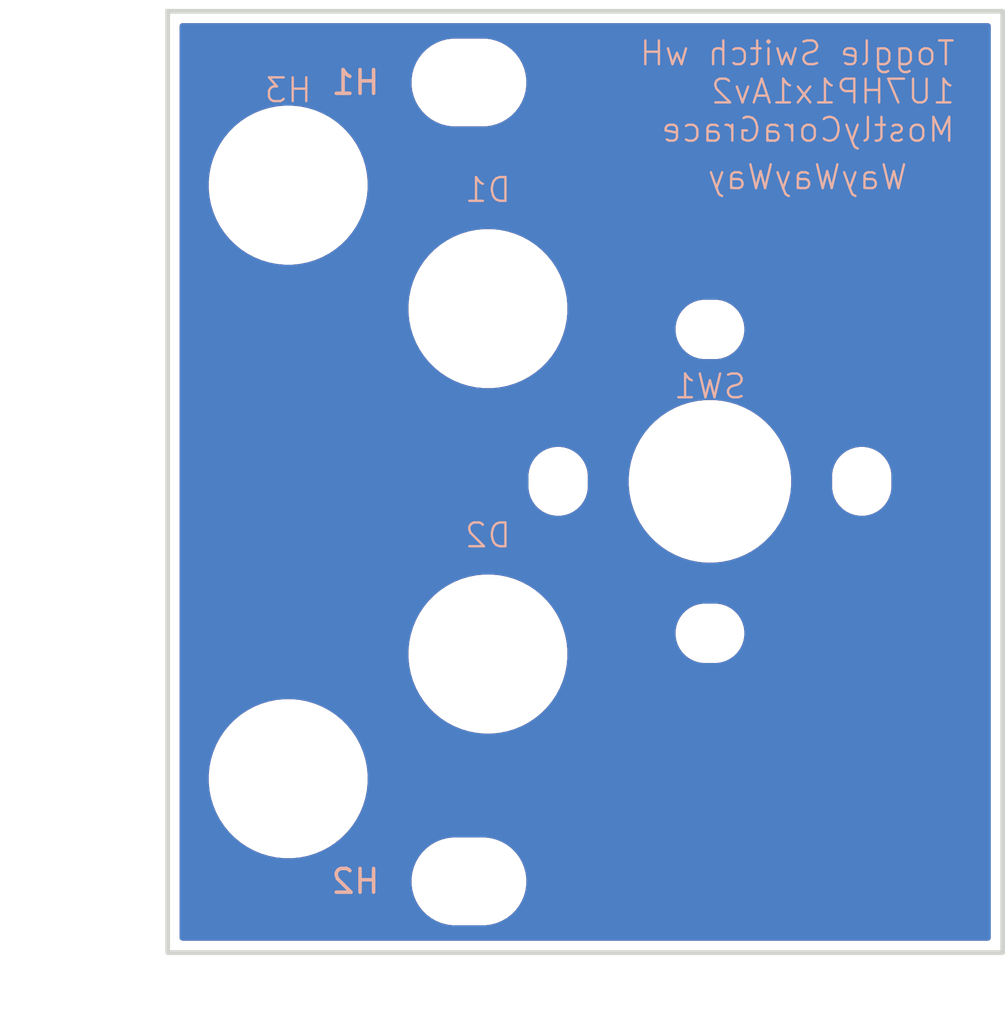
<source format=kicad_pcb>
(kicad_pcb (version 20241229) (generator "pcbnew") (generator_version "9.0")
  (layers (0 "F.Cu" signal) (2 "B.Cu" signal) (13 "F.Paste" user) (15 "B.Paste" user) (5 "F.SilkS" user "F.Silkscreen") (7 "B.SilkS" user "B.Silkscreen") (1 "F.Mask" user) (3 "B.Mask" user) (25 "Edge.Cuts" user))
  (net 0 "")
  (footprint "EXC:6mm_Panel_Mount_LED" (layer "F.Cu") (at 13.5 14.95)
    (property "Reference" "D1" (at 0 -5 0) (layer "B.SilkS") (effects (font (thickness 0.1)) (justify mirror)))
    (property "Value" "6mm_Panel_Mount_LED")
    (pad "" np_thru_hole circle (at 0 0) (size 6.2 6.2) (drill 6.2) (layers "*.Cu" "*.Mask"))
  )
  (footprint "EXC:6mm_Panel_Mount_LED" (layer "F.Cu") (at 13.5 29.5)
    (property "Reference" "D2" (at 0 -5 0) (layer "B.SilkS") (effects (font (thickness 0.1)) (justify mirror)))
    (property "Value" "6mm_Panel_Mount_LED")
    (pad "" np_thru_hole circle (at 0 0) (size 6.2 6.2) (drill 6.2) (layers "*.Cu" "*.Mask"))
  )
  (footprint "EXC:Handle_1UM3P25_B" (layer "F.Cu") (at 5.08 9.75)
    (property "Reference" "H3" (at 0 -4 0) (layer "B.SilkS") (effects (font (thickness 0.1)) (justify mirror)))
    (property "Value" "Handle_1UM3P25_PanelMount_B")
    (pad "" np_thru_hole circle (at 0 0) (size 6.2 6.2) (drill 6.2) (layers "*.Cu" "*.Mask"))
    (pad "" np_thru_hole circle (at 0 25) (size 6.2 6.2) (drill 6.2) (layers "*.Cu" "*.Mask"))
  )
  (footprint "EXC:MountingHole_3.2mm_M3" (layer "F.Cu") (at 12.7 39.075)
    (property "Reference" "H2" (at -3.683 0 0) (layer "B.SilkS") (effects (justify left mirror)))
    (property "Value" "Eurorack_M3_MountingHole")
    (pad "" np_thru_hole oval (at 0 0) (size 4.34 3.2) (drill oval 4.34 3.2) (layers "*.Cu" "*.Mask"))
  )
  (footprint "EXC:MountingHole_3.2mm_M3" (layer "F.Cu") (at 12.7 5.425)
    (property "Reference" "H1" (at -3.683 0 0) (layer "B.SilkS") (effects (justify left mirror)))
    (property "Value" "Eurorack_M3_MountingHole")
    (pad "" np_thru_hole oval (at 0 0) (size 4.34 3.2) (drill oval 4.34 3.2) (layers "*.Cu" "*.Mask"))
  )
  (footprint "EXC:SW_SPDT_M6.35_Panel_Mount" (layer "F.Cu") (at 22.86 22.225)
    (property "Reference" "SW1" (at 0 -4 0) (layer "B.SilkS") (effects (font (thickness 0.1)) (justify mirror)))
    (property "Value" "SW_SPST_M6.35_MOUNT")
    (pad "" np_thru_hole oval (at -6.4 0) (size 2 2.4) (drill oval 2 2.4) (layers "*.Cu" "*.Mask"))
    (pad "" np_thru_hole oval (at 0 -6.4) (size 2.4 2) (drill oval 2.4 2) (layers "*.Cu" "*.Mask"))
    (pad "" np_thru_hole circle (at 0 0) (size 6.35 6.35) (drill 6.35) (layers "*.Cu" "*.Mask"))
    (pad "" np_thru_hole oval (at 0 6.4008) (size 2.4 2) (drill oval 2.4 2) (layers "*.Cu" "*.Mask"))
    (pad "" np_thru_hole oval (at 6.4 0) (size 2 2.4) (drill oval 2 2.4) (layers "*.Cu" "*.Mask"))
  )
  (gr_rect (start 0 2.425) (end 35.2 42.075) (stroke (width 0.2)) (fill no) (layer "Edge.Cuts"))
  (gr_text "WayWayWay" (at 31.25 10 0) (layer "B.SilkS") (effects (font (size 1 1) (thickness 0.1)) (justify left bottom mirror)))
  (gr_text "Toggle Switch wH\n1U7HP1x1Av2\nMostlyCoraGrace" (at 33.25 8 0) (layer "B.SilkS") (effects (font (size 1 1) (thickness 0.1)) (justify left bottom mirror)))
  (zone (net 0) (net_name "") (layers "F.Cu" "B.Cu") (connect_pads (clearance 0.5)) (min_thickness 0.25) (fill yes (thermal_gap 0.5) (thermal_bridge_width 0.5) (island_removal_mode 1) (island_area_min 10))
    (polygon (pts (xy 0 2.5) (xy 35.25 2.5) (xy 35.25 42) (xy 0 42)))
  )
)
</source>
